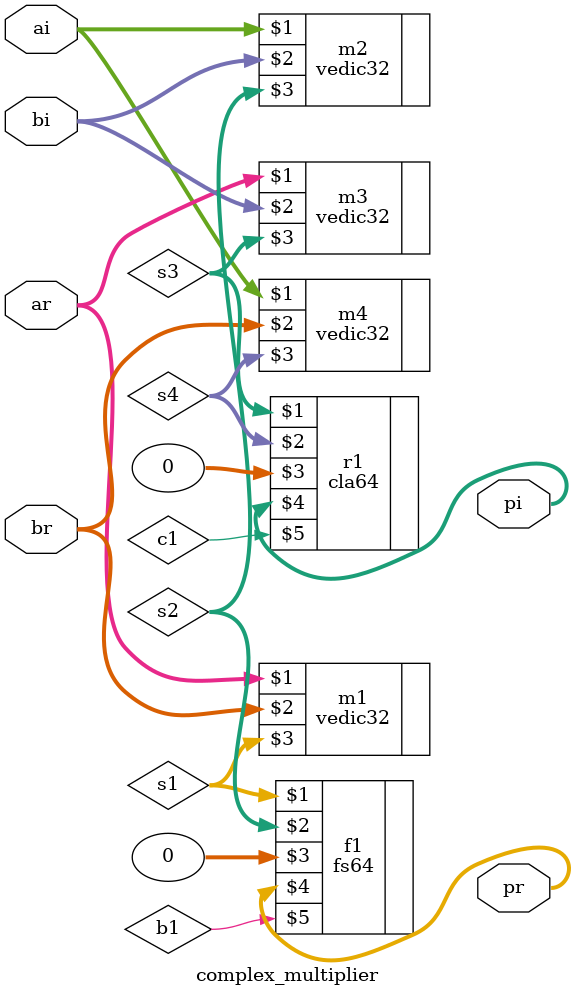
<source format=v>
`timescale 1ns / 1ps


module complex_multiplier(
input [31:0]ai,ar,bi,br,
output [63:0]pi,pr
    );
 wire [63:0]s1,s2,s3,s4;
 wire c1,b1;
vedic32 m1(ar,br,s1);
vedic32 m2(ai,bi,s2);
vedic32 m3(ar,bi,s3);
vedic32 m4(ai,br,s4);
cla64 r1(s3,s4,0,pi,c1);
fs64 f1(s1,s2,0,pr,b1);
endmodule
</source>
